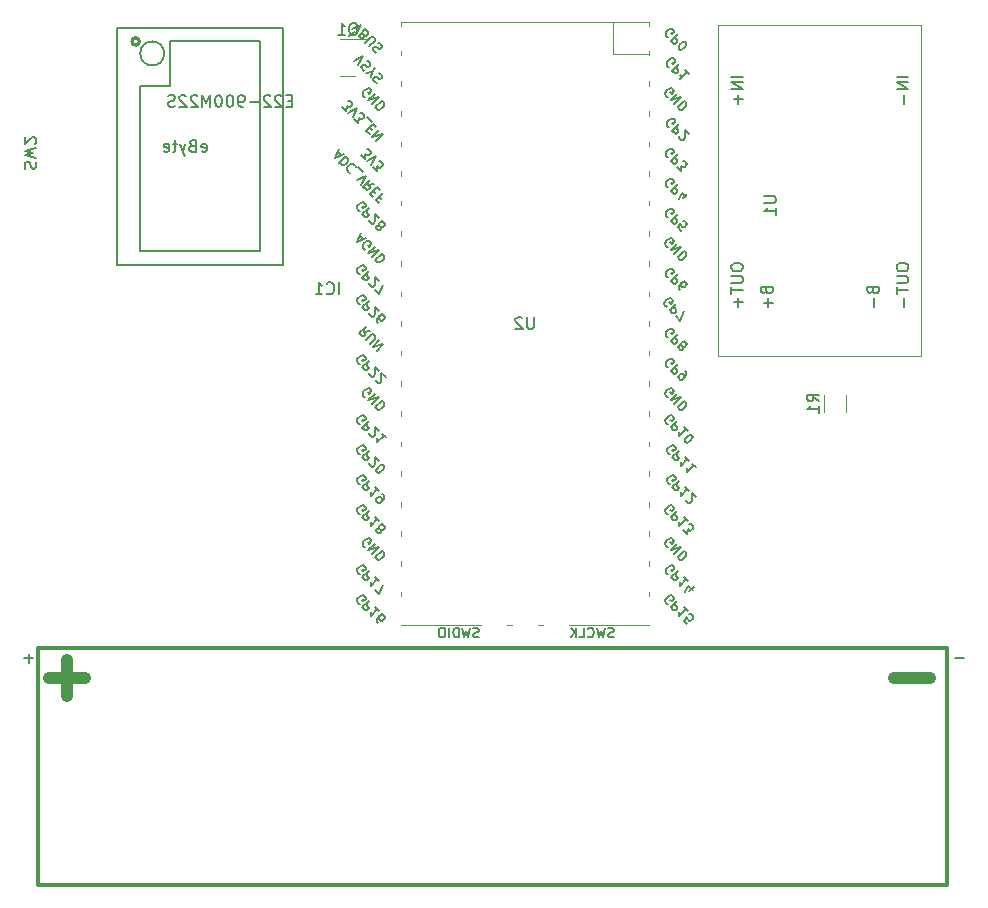
<source format=gbr>
%TF.GenerationSoftware,KiCad,Pcbnew,(6.0.6)*%
%TF.CreationDate,2022-11-03T15:56:01+01:00*%
%TF.ProjectId,Wasbeer-communicator,57617362-6565-4722-9d63-6f6d6d756e69,rev?*%
%TF.SameCoordinates,Original*%
%TF.FileFunction,Legend,Bot*%
%TF.FilePolarity,Positive*%
%FSLAX46Y46*%
G04 Gerber Fmt 4.6, Leading zero omitted, Abs format (unit mm)*
G04 Created by KiCad (PCBNEW (6.0.6)) date 2022-11-03 15:56:01*
%MOMM*%
%LPD*%
G01*
G04 APERTURE LIST*
%ADD10C,0.150000*%
%ADD11C,1.000000*%
%ADD12C,0.127000*%
%ADD13C,0.300000*%
%ADD14C,0.120000*%
G04 APERTURE END LIST*
D10*
%TO.C,SW2*%
X90182738Y-71870833D02*
X90135119Y-71727976D01*
X90135119Y-71489880D01*
X90182738Y-71394642D01*
X90230357Y-71347023D01*
X90325595Y-71299404D01*
X90420833Y-71299404D01*
X90516071Y-71347023D01*
X90563690Y-71394642D01*
X90611309Y-71489880D01*
X90658928Y-71680357D01*
X90706547Y-71775595D01*
X90754166Y-71823214D01*
X90849404Y-71870833D01*
X90944642Y-71870833D01*
X91039880Y-71823214D01*
X91087500Y-71775595D01*
X91135119Y-71680357D01*
X91135119Y-71442261D01*
X91087500Y-71299404D01*
X91135119Y-70966071D02*
X90135119Y-70727976D01*
X90849404Y-70537500D01*
X90135119Y-70347023D01*
X91135119Y-70108928D01*
X91039880Y-69775595D02*
X91087500Y-69727976D01*
X91135119Y-69632738D01*
X91135119Y-69394642D01*
X91087500Y-69299404D01*
X91039880Y-69251785D01*
X90944642Y-69204166D01*
X90849404Y-69204166D01*
X90706547Y-69251785D01*
X90135119Y-69823214D01*
X90135119Y-69204166D01*
%TO.C,IC1*%
X116771190Y-82517380D02*
X116771190Y-81517380D01*
X115723571Y-82422142D02*
X115771190Y-82469761D01*
X115914047Y-82517380D01*
X116009285Y-82517380D01*
X116152142Y-82469761D01*
X116247380Y-82374523D01*
X116295000Y-82279285D01*
X116342619Y-82088809D01*
X116342619Y-81945952D01*
X116295000Y-81755476D01*
X116247380Y-81660238D01*
X116152142Y-81565000D01*
X116009285Y-81517380D01*
X115914047Y-81517380D01*
X115771190Y-81565000D01*
X115723571Y-81612619D01*
X114771190Y-82517380D02*
X115342619Y-82517380D01*
X115056904Y-82517380D02*
X115056904Y-81517380D01*
X115152142Y-81660238D01*
X115247380Y-81755476D01*
X115342619Y-81803095D01*
X112754285Y-66118571D02*
X112420952Y-66118571D01*
X112278095Y-66642380D02*
X112754285Y-66642380D01*
X112754285Y-65642380D01*
X112278095Y-65642380D01*
X111897142Y-65737619D02*
X111849523Y-65690000D01*
X111754285Y-65642380D01*
X111516190Y-65642380D01*
X111420952Y-65690000D01*
X111373333Y-65737619D01*
X111325714Y-65832857D01*
X111325714Y-65928095D01*
X111373333Y-66070952D01*
X111944761Y-66642380D01*
X111325714Y-66642380D01*
X110944761Y-65737619D02*
X110897142Y-65690000D01*
X110801904Y-65642380D01*
X110563809Y-65642380D01*
X110468571Y-65690000D01*
X110420952Y-65737619D01*
X110373333Y-65832857D01*
X110373333Y-65928095D01*
X110420952Y-66070952D01*
X110992380Y-66642380D01*
X110373333Y-66642380D01*
X109944761Y-66261428D02*
X109182857Y-66261428D01*
X108659047Y-66642380D02*
X108468571Y-66642380D01*
X108373333Y-66594761D01*
X108325714Y-66547142D01*
X108230476Y-66404285D01*
X108182857Y-66213809D01*
X108182857Y-65832857D01*
X108230476Y-65737619D01*
X108278095Y-65690000D01*
X108373333Y-65642380D01*
X108563809Y-65642380D01*
X108659047Y-65690000D01*
X108706666Y-65737619D01*
X108754285Y-65832857D01*
X108754285Y-66070952D01*
X108706666Y-66166190D01*
X108659047Y-66213809D01*
X108563809Y-66261428D01*
X108373333Y-66261428D01*
X108278095Y-66213809D01*
X108230476Y-66166190D01*
X108182857Y-66070952D01*
X107563809Y-65642380D02*
X107468571Y-65642380D01*
X107373333Y-65690000D01*
X107325714Y-65737619D01*
X107278095Y-65832857D01*
X107230476Y-66023333D01*
X107230476Y-66261428D01*
X107278095Y-66451904D01*
X107325714Y-66547142D01*
X107373333Y-66594761D01*
X107468571Y-66642380D01*
X107563809Y-66642380D01*
X107659047Y-66594761D01*
X107706666Y-66547142D01*
X107754285Y-66451904D01*
X107801904Y-66261428D01*
X107801904Y-66023333D01*
X107754285Y-65832857D01*
X107706666Y-65737619D01*
X107659047Y-65690000D01*
X107563809Y-65642380D01*
X106611428Y-65642380D02*
X106516190Y-65642380D01*
X106420952Y-65690000D01*
X106373333Y-65737619D01*
X106325714Y-65832857D01*
X106278095Y-66023333D01*
X106278095Y-66261428D01*
X106325714Y-66451904D01*
X106373333Y-66547142D01*
X106420952Y-66594761D01*
X106516190Y-66642380D01*
X106611428Y-66642380D01*
X106706666Y-66594761D01*
X106754285Y-66547142D01*
X106801904Y-66451904D01*
X106849523Y-66261428D01*
X106849523Y-66023333D01*
X106801904Y-65832857D01*
X106754285Y-65737619D01*
X106706666Y-65690000D01*
X106611428Y-65642380D01*
X105849523Y-66642380D02*
X105849523Y-65642380D01*
X105516190Y-66356666D01*
X105182857Y-65642380D01*
X105182857Y-66642380D01*
X104754285Y-65737619D02*
X104706666Y-65690000D01*
X104611428Y-65642380D01*
X104373333Y-65642380D01*
X104278095Y-65690000D01*
X104230476Y-65737619D01*
X104182857Y-65832857D01*
X104182857Y-65928095D01*
X104230476Y-66070952D01*
X104801904Y-66642380D01*
X104182857Y-66642380D01*
X103801904Y-65737619D02*
X103754285Y-65690000D01*
X103659047Y-65642380D01*
X103420952Y-65642380D01*
X103325714Y-65690000D01*
X103278095Y-65737619D01*
X103230476Y-65832857D01*
X103230476Y-65928095D01*
X103278095Y-66070952D01*
X103849523Y-66642380D01*
X103230476Y-66642380D01*
X102849523Y-66594761D02*
X102706666Y-66642380D01*
X102468571Y-66642380D01*
X102373333Y-66594761D01*
X102325714Y-66547142D01*
X102278095Y-66451904D01*
X102278095Y-66356666D01*
X102325714Y-66261428D01*
X102373333Y-66213809D01*
X102468571Y-66166190D01*
X102659047Y-66118571D01*
X102754285Y-66070952D01*
X102801904Y-66023333D01*
X102849523Y-65928095D01*
X102849523Y-65832857D01*
X102801904Y-65737619D01*
X102754285Y-65690000D01*
X102659047Y-65642380D01*
X102420952Y-65642380D01*
X102278095Y-65690000D01*
X105134761Y-70404761D02*
X105230000Y-70452380D01*
X105420476Y-70452380D01*
X105515714Y-70404761D01*
X105563333Y-70309523D01*
X105563333Y-69928571D01*
X105515714Y-69833333D01*
X105420476Y-69785714D01*
X105230000Y-69785714D01*
X105134761Y-69833333D01*
X105087142Y-69928571D01*
X105087142Y-70023809D01*
X105563333Y-70119047D01*
X104325238Y-69928571D02*
X104182380Y-69976190D01*
X104134761Y-70023809D01*
X104087142Y-70119047D01*
X104087142Y-70261904D01*
X104134761Y-70357142D01*
X104182380Y-70404761D01*
X104277619Y-70452380D01*
X104658571Y-70452380D01*
X104658571Y-69452380D01*
X104325238Y-69452380D01*
X104230000Y-69500000D01*
X104182380Y-69547619D01*
X104134761Y-69642857D01*
X104134761Y-69738095D01*
X104182380Y-69833333D01*
X104230000Y-69880952D01*
X104325238Y-69928571D01*
X104658571Y-69928571D01*
X103753809Y-69785714D02*
X103515714Y-70452380D01*
X103277619Y-69785714D02*
X103515714Y-70452380D01*
X103610952Y-70690476D01*
X103658571Y-70738095D01*
X103753809Y-70785714D01*
X103039523Y-69785714D02*
X102658571Y-69785714D01*
X102896666Y-69452380D02*
X102896666Y-70309523D01*
X102849047Y-70404761D01*
X102753809Y-70452380D01*
X102658571Y-70452380D01*
X101944285Y-70404761D02*
X102039523Y-70452380D01*
X102230000Y-70452380D01*
X102325238Y-70404761D01*
X102372857Y-70309523D01*
X102372857Y-69928571D01*
X102325238Y-69833333D01*
X102230000Y-69785714D01*
X102039523Y-69785714D01*
X101944285Y-69833333D01*
X101896666Y-69928571D01*
X101896666Y-70023809D01*
X102372857Y-70119047D01*
%TO.C,BT1*%
X169630952Y-113321428D02*
X168869047Y-113321428D01*
X90880952Y-113321428D02*
X90119047Y-113321428D01*
X90500000Y-113702380D02*
X90500000Y-112940476D01*
D11*
X166773809Y-115035714D02*
X163726190Y-115035714D01*
X95273809Y-115035714D02*
X92226190Y-115035714D01*
X93750000Y-116559523D02*
X93750000Y-113511904D01*
D10*
%TO.C,U1*%
X152757380Y-74223095D02*
X153566904Y-74223095D01*
X153662142Y-74270714D01*
X153709761Y-74318333D01*
X153757380Y-74413571D01*
X153757380Y-74604047D01*
X153709761Y-74699285D01*
X153662142Y-74746904D01*
X153566904Y-74794523D01*
X152757380Y-74794523D01*
X153757380Y-75794523D02*
X153757380Y-75223095D01*
X153757380Y-75508809D02*
X152757380Y-75508809D01*
X152900238Y-75413571D01*
X152995476Y-75318333D01*
X153043095Y-75223095D01*
X161933571Y-82197380D02*
X161981190Y-82340238D01*
X162028809Y-82387857D01*
X162124047Y-82435476D01*
X162266904Y-82435476D01*
X162362142Y-82387857D01*
X162409761Y-82340238D01*
X162457380Y-82245000D01*
X162457380Y-81864047D01*
X161457380Y-81864047D01*
X161457380Y-82197380D01*
X161505000Y-82292619D01*
X161552619Y-82340238D01*
X161647857Y-82387857D01*
X161743095Y-82387857D01*
X161838333Y-82340238D01*
X161885952Y-82292619D01*
X161933571Y-82197380D01*
X161933571Y-81864047D01*
X162076428Y-82864047D02*
X162076428Y-83625952D01*
X164957380Y-64102142D02*
X163957380Y-64102142D01*
X164957380Y-64578333D02*
X163957380Y-64578333D01*
X164957380Y-65149761D01*
X163957380Y-65149761D01*
X164576428Y-65625952D02*
X164576428Y-66387857D01*
X150957380Y-64102142D02*
X149957380Y-64102142D01*
X150957380Y-64578333D02*
X149957380Y-64578333D01*
X150957380Y-65149761D01*
X149957380Y-65149761D01*
X150576428Y-65625952D02*
X150576428Y-66387857D01*
X150957380Y-66006904D02*
X150195476Y-66006904D01*
X152933571Y-82197380D02*
X152981190Y-82340238D01*
X153028809Y-82387857D01*
X153124047Y-82435476D01*
X153266904Y-82435476D01*
X153362142Y-82387857D01*
X153409761Y-82340238D01*
X153457380Y-82245000D01*
X153457380Y-81864047D01*
X152457380Y-81864047D01*
X152457380Y-82197380D01*
X152505000Y-82292619D01*
X152552619Y-82340238D01*
X152647857Y-82387857D01*
X152743095Y-82387857D01*
X152838333Y-82340238D01*
X152885952Y-82292619D01*
X152933571Y-82197380D01*
X152933571Y-81864047D01*
X153076428Y-82864047D02*
X153076428Y-83625952D01*
X153457380Y-83245000D02*
X152695476Y-83245000D01*
X149957380Y-80125952D02*
X149957380Y-80316428D01*
X150005000Y-80411666D01*
X150100238Y-80506904D01*
X150290714Y-80554523D01*
X150624047Y-80554523D01*
X150814523Y-80506904D01*
X150909761Y-80411666D01*
X150957380Y-80316428D01*
X150957380Y-80125952D01*
X150909761Y-80030714D01*
X150814523Y-79935476D01*
X150624047Y-79887857D01*
X150290714Y-79887857D01*
X150100238Y-79935476D01*
X150005000Y-80030714D01*
X149957380Y-80125952D01*
X149957380Y-80983095D02*
X150766904Y-80983095D01*
X150862142Y-81030714D01*
X150909761Y-81078333D01*
X150957380Y-81173571D01*
X150957380Y-81364047D01*
X150909761Y-81459285D01*
X150862142Y-81506904D01*
X150766904Y-81554523D01*
X149957380Y-81554523D01*
X149957380Y-81887857D02*
X149957380Y-82459285D01*
X150957380Y-82173571D02*
X149957380Y-82173571D01*
X150576428Y-82792619D02*
X150576428Y-83554523D01*
X150957380Y-83173571D02*
X150195476Y-83173571D01*
X163957380Y-80125952D02*
X163957380Y-80316428D01*
X164005000Y-80411666D01*
X164100238Y-80506904D01*
X164290714Y-80554523D01*
X164624047Y-80554523D01*
X164814523Y-80506904D01*
X164909761Y-80411666D01*
X164957380Y-80316428D01*
X164957380Y-80125952D01*
X164909761Y-80030714D01*
X164814523Y-79935476D01*
X164624047Y-79887857D01*
X164290714Y-79887857D01*
X164100238Y-79935476D01*
X164005000Y-80030714D01*
X163957380Y-80125952D01*
X163957380Y-80983095D02*
X164766904Y-80983095D01*
X164862142Y-81030714D01*
X164909761Y-81078333D01*
X164957380Y-81173571D01*
X164957380Y-81364047D01*
X164909761Y-81459285D01*
X164862142Y-81506904D01*
X164766904Y-81554523D01*
X163957380Y-81554523D01*
X163957380Y-81887857D02*
X163957380Y-82459285D01*
X164957380Y-82173571D02*
X163957380Y-82173571D01*
X164576428Y-82792619D02*
X164576428Y-83554523D01*
%TO.C,U2*%
X133261904Y-84452380D02*
X133261904Y-85261904D01*
X133214285Y-85357142D01*
X133166666Y-85404761D01*
X133071428Y-85452380D01*
X132880952Y-85452380D01*
X132785714Y-85404761D01*
X132738095Y-85357142D01*
X132690476Y-85261904D01*
X132690476Y-84452380D01*
X132261904Y-84547619D02*
X132214285Y-84500000D01*
X132119047Y-84452380D01*
X131880952Y-84452380D01*
X131785714Y-84500000D01*
X131738095Y-84547619D01*
X131690476Y-84642857D01*
X131690476Y-84738095D01*
X131738095Y-84880952D01*
X132309523Y-85452380D01*
X131690476Y-85452380D01*
X128595238Y-111523809D02*
X128480952Y-111561904D01*
X128290476Y-111561904D01*
X128214285Y-111523809D01*
X128176190Y-111485714D01*
X128138095Y-111409523D01*
X128138095Y-111333333D01*
X128176190Y-111257142D01*
X128214285Y-111219047D01*
X128290476Y-111180952D01*
X128442857Y-111142857D01*
X128519047Y-111104761D01*
X128557142Y-111066666D01*
X128595238Y-110990476D01*
X128595238Y-110914285D01*
X128557142Y-110838095D01*
X128519047Y-110800000D01*
X128442857Y-110761904D01*
X128252380Y-110761904D01*
X128138095Y-110800000D01*
X127871428Y-110761904D02*
X127680952Y-111561904D01*
X127528571Y-110990476D01*
X127376190Y-111561904D01*
X127185714Y-110761904D01*
X126880952Y-111561904D02*
X126880952Y-110761904D01*
X126690476Y-110761904D01*
X126576190Y-110800000D01*
X126500000Y-110876190D01*
X126461904Y-110952380D01*
X126423809Y-111104761D01*
X126423809Y-111219047D01*
X126461904Y-111371428D01*
X126500000Y-111447619D01*
X126576190Y-111523809D01*
X126690476Y-111561904D01*
X126880952Y-111561904D01*
X126080952Y-111561904D02*
X126080952Y-110761904D01*
X125547619Y-110761904D02*
X125395238Y-110761904D01*
X125319047Y-110800000D01*
X125242857Y-110876190D01*
X125204761Y-111028571D01*
X125204761Y-111295238D01*
X125242857Y-111447619D01*
X125319047Y-111523809D01*
X125395238Y-111561904D01*
X125547619Y-111561904D01*
X125623809Y-111523809D01*
X125700000Y-111447619D01*
X125738095Y-111295238D01*
X125738095Y-111028571D01*
X125700000Y-110876190D01*
X125623809Y-110800000D01*
X125547619Y-110761904D01*
X118489722Y-106199407D02*
X118408910Y-106172470D01*
X118328097Y-106091658D01*
X118274223Y-105983908D01*
X118274223Y-105876158D01*
X118301160Y-105795346D01*
X118381972Y-105660659D01*
X118462784Y-105579847D01*
X118597471Y-105499035D01*
X118678284Y-105472097D01*
X118786033Y-105472097D01*
X118893783Y-105525972D01*
X118947658Y-105579847D01*
X119001532Y-105687597D01*
X119001532Y-105741471D01*
X118812971Y-105930033D01*
X118705221Y-105822284D01*
X119297844Y-105930033D02*
X118732158Y-106495719D01*
X118947658Y-106711218D01*
X119028470Y-106738155D01*
X119082345Y-106738155D01*
X119163157Y-106711218D01*
X119243969Y-106630406D01*
X119270906Y-106549593D01*
X119270906Y-106495719D01*
X119243969Y-106414906D01*
X119028470Y-106199407D01*
X120159841Y-106792030D02*
X119836592Y-106468781D01*
X119998216Y-106630406D02*
X119432531Y-107196091D01*
X119459468Y-107061404D01*
X119459468Y-106953654D01*
X119432531Y-106872842D01*
X119782717Y-107546277D02*
X120159841Y-107923401D01*
X120483089Y-107115279D01*
X117022131Y-66641691D02*
X117372317Y-66991877D01*
X117399255Y-66587816D01*
X117480067Y-66668629D01*
X117560879Y-66695566D01*
X117614754Y-66695566D01*
X117695566Y-66668629D01*
X117830253Y-66533942D01*
X117857190Y-66453129D01*
X117857190Y-66399255D01*
X117830253Y-66318442D01*
X117668629Y-66156818D01*
X117587816Y-66129881D01*
X117533942Y-66129881D01*
X117533942Y-67153502D02*
X118288189Y-66776378D01*
X117911065Y-67530625D01*
X118045752Y-67665312D02*
X118395938Y-68015499D01*
X118422876Y-67611438D01*
X118503688Y-67692250D01*
X118584500Y-67719187D01*
X118638375Y-67719187D01*
X118719187Y-67692250D01*
X118853874Y-67557563D01*
X118880812Y-67476751D01*
X118880812Y-67422876D01*
X118853874Y-67342064D01*
X118692250Y-67180439D01*
X118611438Y-67153502D01*
X118557563Y-67153502D01*
X119123248Y-67503688D02*
X119554247Y-67934687D01*
X119338748Y-68419560D02*
X119527309Y-68608122D01*
X119904433Y-68392622D02*
X119635059Y-68123248D01*
X119069374Y-68688934D01*
X119338748Y-68958308D01*
X120146870Y-68635059D02*
X119581184Y-69200744D01*
X120470118Y-68958308D01*
X119904433Y-69523993D01*
X144586158Y-78501844D02*
X144505346Y-78474906D01*
X144424534Y-78394094D01*
X144370659Y-78286345D01*
X144370659Y-78178595D01*
X144397597Y-78097783D01*
X144478409Y-77963096D01*
X144559221Y-77882284D01*
X144693908Y-77801471D01*
X144774720Y-77774534D01*
X144882470Y-77774534D01*
X144990219Y-77828409D01*
X145044094Y-77882284D01*
X145097969Y-77990033D01*
X145097969Y-78043908D01*
X144909407Y-78232470D01*
X144801658Y-78124720D01*
X145394280Y-78232470D02*
X144828595Y-78798155D01*
X145717529Y-78555719D01*
X145151844Y-79121404D01*
X145986903Y-78825093D02*
X145421218Y-79390778D01*
X145555905Y-79525465D01*
X145663654Y-79579340D01*
X145771404Y-79579340D01*
X145852216Y-79552402D01*
X145986903Y-79471590D01*
X146067715Y-79390778D01*
X146148528Y-79256091D01*
X146175465Y-79175279D01*
X146175465Y-79067529D01*
X146121590Y-78959780D01*
X145986903Y-78825093D01*
X144713096Y-63278781D02*
X144632284Y-63251844D01*
X144551471Y-63171032D01*
X144497597Y-63063282D01*
X144497597Y-62955532D01*
X144524534Y-62874720D01*
X144605346Y-62740033D01*
X144686158Y-62659221D01*
X144820845Y-62578409D01*
X144901658Y-62551471D01*
X145009407Y-62551471D01*
X145117157Y-62605346D01*
X145171032Y-62659221D01*
X145224906Y-62766971D01*
X145224906Y-62820845D01*
X145036345Y-63009407D01*
X144928595Y-62901658D01*
X145521218Y-63009407D02*
X144955532Y-63575093D01*
X145171032Y-63790592D01*
X145251844Y-63817529D01*
X145305719Y-63817529D01*
X145386531Y-63790592D01*
X145467343Y-63709780D01*
X145494280Y-63628967D01*
X145494280Y-63575093D01*
X145467343Y-63494280D01*
X145251844Y-63278781D01*
X146383215Y-63871404D02*
X146059966Y-63548155D01*
X146221590Y-63709780D02*
X145655905Y-64275465D01*
X145682842Y-64140778D01*
X145682842Y-64033028D01*
X145655905Y-63952216D01*
X140009523Y-111523809D02*
X139895238Y-111561904D01*
X139704761Y-111561904D01*
X139628571Y-111523809D01*
X139590476Y-111485714D01*
X139552380Y-111409523D01*
X139552380Y-111333333D01*
X139590476Y-111257142D01*
X139628571Y-111219047D01*
X139704761Y-111180952D01*
X139857142Y-111142857D01*
X139933333Y-111104761D01*
X139971428Y-111066666D01*
X140009523Y-110990476D01*
X140009523Y-110914285D01*
X139971428Y-110838095D01*
X139933333Y-110800000D01*
X139857142Y-110761904D01*
X139666666Y-110761904D01*
X139552380Y-110800000D01*
X139285714Y-110761904D02*
X139095238Y-111561904D01*
X138942857Y-110990476D01*
X138790476Y-111561904D01*
X138600000Y-110761904D01*
X137838095Y-111485714D02*
X137876190Y-111523809D01*
X137990476Y-111561904D01*
X138066666Y-111561904D01*
X138180952Y-111523809D01*
X138257142Y-111447619D01*
X138295238Y-111371428D01*
X138333333Y-111219047D01*
X138333333Y-111104761D01*
X138295238Y-110952380D01*
X138257142Y-110876190D01*
X138180952Y-110800000D01*
X138066666Y-110761904D01*
X137990476Y-110761904D01*
X137876190Y-110800000D01*
X137838095Y-110838095D01*
X137114285Y-111561904D02*
X137495238Y-111561904D01*
X137495238Y-110761904D01*
X136847619Y-111561904D02*
X136847619Y-110761904D01*
X136390476Y-111561904D02*
X136733333Y-111104761D01*
X136390476Y-110761904D02*
X136847619Y-111219047D01*
X118489722Y-96039407D02*
X118408910Y-96012470D01*
X118328097Y-95931658D01*
X118274223Y-95823908D01*
X118274223Y-95716158D01*
X118301160Y-95635346D01*
X118381972Y-95500659D01*
X118462784Y-95419847D01*
X118597471Y-95339035D01*
X118678284Y-95312097D01*
X118786033Y-95312097D01*
X118893783Y-95365972D01*
X118947658Y-95419847D01*
X119001532Y-95527597D01*
X119001532Y-95581471D01*
X118812971Y-95770033D01*
X118705221Y-95662284D01*
X119297844Y-95770033D02*
X118732158Y-96335719D01*
X118947658Y-96551218D01*
X119028470Y-96578155D01*
X119082345Y-96578155D01*
X119163157Y-96551218D01*
X119243969Y-96470406D01*
X119270906Y-96389593D01*
X119270906Y-96335719D01*
X119243969Y-96254906D01*
X119028470Y-96039407D01*
X119324781Y-96820592D02*
X119324781Y-96874467D01*
X119351719Y-96955279D01*
X119486406Y-97089966D01*
X119567218Y-97116903D01*
X119621093Y-97116903D01*
X119701905Y-97089966D01*
X119755780Y-97036091D01*
X119809654Y-96928341D01*
X119809654Y-96281844D01*
X120159841Y-96632030D01*
X119944341Y-97547902D02*
X119998216Y-97601776D01*
X120079028Y-97628714D01*
X120132903Y-97628714D01*
X120213715Y-97601776D01*
X120348402Y-97520964D01*
X120483089Y-97386277D01*
X120563902Y-97251590D01*
X120590839Y-97170778D01*
X120590839Y-97116903D01*
X120563902Y-97036091D01*
X120510027Y-96982216D01*
X120429215Y-96955279D01*
X120375340Y-96955279D01*
X120294528Y-96982216D01*
X120159841Y-97063028D01*
X120025154Y-97197715D01*
X119944341Y-97332402D01*
X119917404Y-97413215D01*
X119917404Y-97467089D01*
X119944341Y-97547902D01*
X144613096Y-86148781D02*
X144532284Y-86121844D01*
X144451471Y-86041032D01*
X144397597Y-85933282D01*
X144397597Y-85825532D01*
X144424534Y-85744720D01*
X144505346Y-85610033D01*
X144586158Y-85529221D01*
X144720845Y-85448409D01*
X144801658Y-85421471D01*
X144909407Y-85421471D01*
X145017157Y-85475346D01*
X145071032Y-85529221D01*
X145124906Y-85636971D01*
X145124906Y-85690845D01*
X144936345Y-85879407D01*
X144828595Y-85771658D01*
X145421218Y-85879407D02*
X144855532Y-86445093D01*
X145071032Y-86660592D01*
X145151844Y-86687529D01*
X145205719Y-86687529D01*
X145286531Y-86660592D01*
X145367343Y-86579780D01*
X145394280Y-86498967D01*
X145394280Y-86445093D01*
X145367343Y-86364280D01*
X145151844Y-86148781D01*
X145744467Y-86849154D02*
X145663654Y-86822216D01*
X145609780Y-86822216D01*
X145528967Y-86849154D01*
X145502030Y-86876091D01*
X145475093Y-86956903D01*
X145475093Y-87010778D01*
X145502030Y-87091590D01*
X145609780Y-87199340D01*
X145690592Y-87226277D01*
X145744467Y-87226277D01*
X145825279Y-87199340D01*
X145852216Y-87172402D01*
X145879154Y-87091590D01*
X145879154Y-87037715D01*
X145852216Y-86956903D01*
X145744467Y-86849154D01*
X145717529Y-86768341D01*
X145717529Y-86714467D01*
X145744467Y-86633654D01*
X145852216Y-86525905D01*
X145933028Y-86498967D01*
X145986903Y-86498967D01*
X146067715Y-86525905D01*
X146175465Y-86633654D01*
X146202402Y-86714467D01*
X146202402Y-86768341D01*
X146175465Y-86849154D01*
X146067715Y-86956903D01*
X145986903Y-86983841D01*
X145933028Y-86983841D01*
X145852216Y-86956903D01*
X144743722Y-96039407D02*
X144662910Y-96012470D01*
X144582097Y-95931658D01*
X144528223Y-95823908D01*
X144528223Y-95716158D01*
X144555160Y-95635346D01*
X144635972Y-95500659D01*
X144716784Y-95419847D01*
X144851471Y-95339035D01*
X144932284Y-95312097D01*
X145040033Y-95312097D01*
X145147783Y-95365972D01*
X145201658Y-95419847D01*
X145255532Y-95527597D01*
X145255532Y-95581471D01*
X145066971Y-95770033D01*
X144959221Y-95662284D01*
X145551844Y-95770033D02*
X144986158Y-96335719D01*
X145201658Y-96551218D01*
X145282470Y-96578155D01*
X145336345Y-96578155D01*
X145417157Y-96551218D01*
X145497969Y-96470406D01*
X145524906Y-96389593D01*
X145524906Y-96335719D01*
X145497969Y-96254906D01*
X145282470Y-96039407D01*
X146413841Y-96632030D02*
X146090592Y-96308781D01*
X146252216Y-96470406D02*
X145686531Y-97036091D01*
X145713468Y-96901404D01*
X145713468Y-96793654D01*
X145686531Y-96712842D01*
X146952589Y-97170778D02*
X146629340Y-96847529D01*
X146790964Y-97009154D02*
X146225279Y-97574839D01*
X146252216Y-97440152D01*
X146252216Y-97332402D01*
X146225279Y-97251590D01*
X144597722Y-108739407D02*
X144516910Y-108712470D01*
X144436097Y-108631658D01*
X144382223Y-108523908D01*
X144382223Y-108416158D01*
X144409160Y-108335346D01*
X144489972Y-108200659D01*
X144570784Y-108119847D01*
X144705471Y-108039035D01*
X144786284Y-108012097D01*
X144894033Y-108012097D01*
X145001783Y-108065972D01*
X145055658Y-108119847D01*
X145109532Y-108227597D01*
X145109532Y-108281471D01*
X144920971Y-108470033D01*
X144813221Y-108362284D01*
X145405844Y-108470033D02*
X144840158Y-109035719D01*
X145055658Y-109251218D01*
X145136470Y-109278155D01*
X145190345Y-109278155D01*
X145271157Y-109251218D01*
X145351969Y-109170406D01*
X145378906Y-109089593D01*
X145378906Y-109035719D01*
X145351969Y-108954906D01*
X145136470Y-108739407D01*
X146267841Y-109332030D02*
X145944592Y-109008781D01*
X146106216Y-109170406D02*
X145540531Y-109736091D01*
X145567468Y-109601404D01*
X145567468Y-109493654D01*
X145540531Y-109412842D01*
X146213966Y-110409526D02*
X145944592Y-110140152D01*
X146187028Y-109843841D01*
X146187028Y-109897715D01*
X146213966Y-109978528D01*
X146348653Y-110113215D01*
X146429465Y-110140152D01*
X146483340Y-110140152D01*
X146564152Y-110113215D01*
X146698839Y-109978528D01*
X146725776Y-109897715D01*
X146725776Y-109843841D01*
X146698839Y-109763028D01*
X146564152Y-109628341D01*
X146483340Y-109601404D01*
X146429465Y-109601404D01*
X118986158Y-65801844D02*
X118905346Y-65774906D01*
X118824534Y-65694094D01*
X118770659Y-65586345D01*
X118770659Y-65478595D01*
X118797597Y-65397783D01*
X118878409Y-65263096D01*
X118959221Y-65182284D01*
X119093908Y-65101471D01*
X119174720Y-65074534D01*
X119282470Y-65074534D01*
X119390219Y-65128409D01*
X119444094Y-65182284D01*
X119497969Y-65290033D01*
X119497969Y-65343908D01*
X119309407Y-65532470D01*
X119201658Y-65424720D01*
X119794280Y-65532470D02*
X119228595Y-66098155D01*
X120117529Y-65855719D01*
X119551844Y-66421404D01*
X120386903Y-66125093D02*
X119821218Y-66690778D01*
X119955905Y-66825465D01*
X120063654Y-66879340D01*
X120171404Y-66879340D01*
X120252216Y-66852402D01*
X120386903Y-66771590D01*
X120467715Y-66690778D01*
X120548528Y-66556091D01*
X120575465Y-66475279D01*
X120575465Y-66367529D01*
X120521590Y-66259780D01*
X120386903Y-66125093D01*
X144613096Y-75988781D02*
X144532284Y-75961844D01*
X144451471Y-75881032D01*
X144397597Y-75773282D01*
X144397597Y-75665532D01*
X144424534Y-75584720D01*
X144505346Y-75450033D01*
X144586158Y-75369221D01*
X144720845Y-75288409D01*
X144801658Y-75261471D01*
X144909407Y-75261471D01*
X145017157Y-75315346D01*
X145071032Y-75369221D01*
X145124906Y-75476971D01*
X145124906Y-75530845D01*
X144936345Y-75719407D01*
X144828595Y-75611658D01*
X145421218Y-75719407D02*
X144855532Y-76285093D01*
X145071032Y-76500592D01*
X145151844Y-76527529D01*
X145205719Y-76527529D01*
X145286531Y-76500592D01*
X145367343Y-76419780D01*
X145394280Y-76338967D01*
X145394280Y-76285093D01*
X145367343Y-76204280D01*
X145151844Y-75988781D01*
X145690592Y-77120152D02*
X145421218Y-76850778D01*
X145663654Y-76554467D01*
X145663654Y-76608341D01*
X145690592Y-76689154D01*
X145825279Y-76823841D01*
X145906091Y-76850778D01*
X145959966Y-76850778D01*
X146040778Y-76823841D01*
X146175465Y-76689154D01*
X146202402Y-76608341D01*
X146202402Y-76554467D01*
X146175465Y-76473654D01*
X146040778Y-76338967D01*
X145959966Y-76312030D01*
X145906091Y-76312030D01*
X118489722Y-83339407D02*
X118408910Y-83312470D01*
X118328097Y-83231658D01*
X118274223Y-83123908D01*
X118274223Y-83016158D01*
X118301160Y-82935346D01*
X118381972Y-82800659D01*
X118462784Y-82719847D01*
X118597471Y-82639035D01*
X118678284Y-82612097D01*
X118786033Y-82612097D01*
X118893783Y-82665972D01*
X118947658Y-82719847D01*
X119001532Y-82827597D01*
X119001532Y-82881471D01*
X118812971Y-83070033D01*
X118705221Y-82962284D01*
X119297844Y-83070033D02*
X118732158Y-83635719D01*
X118947658Y-83851218D01*
X119028470Y-83878155D01*
X119082345Y-83878155D01*
X119163157Y-83851218D01*
X119243969Y-83770406D01*
X119270906Y-83689593D01*
X119270906Y-83635719D01*
X119243969Y-83554906D01*
X119028470Y-83339407D01*
X119324781Y-84120592D02*
X119324781Y-84174467D01*
X119351719Y-84255279D01*
X119486406Y-84389966D01*
X119567218Y-84416903D01*
X119621093Y-84416903D01*
X119701905Y-84389966D01*
X119755780Y-84336091D01*
X119809654Y-84228341D01*
X119809654Y-83581844D01*
X120159841Y-83932030D01*
X120079028Y-84982589D02*
X119971279Y-84874839D01*
X119944341Y-84794027D01*
X119944341Y-84740152D01*
X119971279Y-84605465D01*
X120052091Y-84470778D01*
X120267590Y-84255279D01*
X120348402Y-84228341D01*
X120402277Y-84228341D01*
X120483089Y-84255279D01*
X120590839Y-84363028D01*
X120617776Y-84443841D01*
X120617776Y-84497715D01*
X120590839Y-84578528D01*
X120456152Y-84713215D01*
X120375340Y-84740152D01*
X120321465Y-84740152D01*
X120240653Y-84713215D01*
X120132903Y-84605465D01*
X120105966Y-84524653D01*
X120105966Y-84470778D01*
X120132903Y-84389966D01*
X144597722Y-101119407D02*
X144516910Y-101092470D01*
X144436097Y-101011658D01*
X144382223Y-100903908D01*
X144382223Y-100796158D01*
X144409160Y-100715346D01*
X144489972Y-100580659D01*
X144570784Y-100499847D01*
X144705471Y-100419035D01*
X144786284Y-100392097D01*
X144894033Y-100392097D01*
X145001783Y-100445972D01*
X145055658Y-100499847D01*
X145109532Y-100607597D01*
X145109532Y-100661471D01*
X144920971Y-100850033D01*
X144813221Y-100742284D01*
X145405844Y-100850033D02*
X144840158Y-101415719D01*
X145055658Y-101631218D01*
X145136470Y-101658155D01*
X145190345Y-101658155D01*
X145271157Y-101631218D01*
X145351969Y-101550406D01*
X145378906Y-101469593D01*
X145378906Y-101415719D01*
X145351969Y-101334906D01*
X145136470Y-101119407D01*
X146267841Y-101712030D02*
X145944592Y-101388781D01*
X146106216Y-101550406D02*
X145540531Y-102116091D01*
X145567468Y-101981404D01*
X145567468Y-101873654D01*
X145540531Y-101792842D01*
X145890717Y-102466277D02*
X146240903Y-102816463D01*
X146267841Y-102412402D01*
X146348653Y-102493215D01*
X146429465Y-102520152D01*
X146483340Y-102520152D01*
X146564152Y-102493215D01*
X146698839Y-102358528D01*
X146725776Y-102277715D01*
X146725776Y-102223841D01*
X146698839Y-102143028D01*
X146537215Y-101981404D01*
X146456402Y-101954467D01*
X146402528Y-101954467D01*
X118489722Y-80809407D02*
X118408910Y-80782470D01*
X118328097Y-80701658D01*
X118274223Y-80593908D01*
X118274223Y-80486158D01*
X118301160Y-80405346D01*
X118381972Y-80270659D01*
X118462784Y-80189847D01*
X118597471Y-80109035D01*
X118678284Y-80082097D01*
X118786033Y-80082097D01*
X118893783Y-80135972D01*
X118947658Y-80189847D01*
X119001532Y-80297597D01*
X119001532Y-80351471D01*
X118812971Y-80540033D01*
X118705221Y-80432284D01*
X119297844Y-80540033D02*
X118732158Y-81105719D01*
X118947658Y-81321218D01*
X119028470Y-81348155D01*
X119082345Y-81348155D01*
X119163157Y-81321218D01*
X119243969Y-81240406D01*
X119270906Y-81159593D01*
X119270906Y-81105719D01*
X119243969Y-81024906D01*
X119028470Y-80809407D01*
X119324781Y-81590592D02*
X119324781Y-81644467D01*
X119351719Y-81725279D01*
X119486406Y-81859966D01*
X119567218Y-81886903D01*
X119621093Y-81886903D01*
X119701905Y-81859966D01*
X119755780Y-81806091D01*
X119809654Y-81698341D01*
X119809654Y-81051844D01*
X120159841Y-81402030D01*
X119782717Y-82156277D02*
X120159841Y-82533401D01*
X120483089Y-81725279D01*
X118489722Y-93509407D02*
X118408910Y-93482470D01*
X118328097Y-93401658D01*
X118274223Y-93293908D01*
X118274223Y-93186158D01*
X118301160Y-93105346D01*
X118381972Y-92970659D01*
X118462784Y-92889847D01*
X118597471Y-92809035D01*
X118678284Y-92782097D01*
X118786033Y-92782097D01*
X118893783Y-92835972D01*
X118947658Y-92889847D01*
X119001532Y-92997597D01*
X119001532Y-93051471D01*
X118812971Y-93240033D01*
X118705221Y-93132284D01*
X119297844Y-93240033D02*
X118732158Y-93805719D01*
X118947658Y-94021218D01*
X119028470Y-94048155D01*
X119082345Y-94048155D01*
X119163157Y-94021218D01*
X119243969Y-93940406D01*
X119270906Y-93859593D01*
X119270906Y-93805719D01*
X119243969Y-93724906D01*
X119028470Y-93509407D01*
X119324781Y-94290592D02*
X119324781Y-94344467D01*
X119351719Y-94425279D01*
X119486406Y-94559966D01*
X119567218Y-94586903D01*
X119621093Y-94586903D01*
X119701905Y-94559966D01*
X119755780Y-94506091D01*
X119809654Y-94398341D01*
X119809654Y-93751844D01*
X120159841Y-94102030D01*
X120698589Y-94640778D02*
X120375340Y-94317529D01*
X120536964Y-94479154D02*
X119971279Y-95044839D01*
X119998216Y-94910152D01*
X119998216Y-94802402D01*
X119971279Y-94721590D01*
X118589847Y-70709407D02*
X118940033Y-71059593D01*
X118966971Y-70655532D01*
X119047783Y-70736345D01*
X119128595Y-70763282D01*
X119182470Y-70763282D01*
X119263282Y-70736345D01*
X119397969Y-70601658D01*
X119424906Y-70520845D01*
X119424906Y-70466971D01*
X119397969Y-70386158D01*
X119236345Y-70224534D01*
X119155532Y-70197597D01*
X119101658Y-70197597D01*
X119101658Y-71221218D02*
X119855905Y-70844094D01*
X119478781Y-71598341D01*
X119613468Y-71733028D02*
X119963654Y-72083215D01*
X119990592Y-71679154D01*
X120071404Y-71759966D01*
X120152216Y-71786903D01*
X120206091Y-71786903D01*
X120286903Y-71759966D01*
X120421590Y-71625279D01*
X120448528Y-71544467D01*
X120448528Y-71490592D01*
X120421590Y-71409780D01*
X120259966Y-71248155D01*
X120179154Y-71221218D01*
X120125279Y-71221218D01*
X118489722Y-75465407D02*
X118408910Y-75438470D01*
X118328097Y-75357658D01*
X118274223Y-75249908D01*
X118274223Y-75142158D01*
X118301160Y-75061346D01*
X118381972Y-74926659D01*
X118462784Y-74845847D01*
X118597471Y-74765035D01*
X118678284Y-74738097D01*
X118786033Y-74738097D01*
X118893783Y-74791972D01*
X118947658Y-74845847D01*
X119001532Y-74953597D01*
X119001532Y-75007471D01*
X118812971Y-75196033D01*
X118705221Y-75088284D01*
X119297844Y-75196033D02*
X118732158Y-75761719D01*
X118947658Y-75977218D01*
X119028470Y-76004155D01*
X119082345Y-76004155D01*
X119163157Y-75977218D01*
X119243969Y-75896406D01*
X119270906Y-75815593D01*
X119270906Y-75761719D01*
X119243969Y-75680906D01*
X119028470Y-75465407D01*
X119324781Y-76246592D02*
X119324781Y-76300467D01*
X119351719Y-76381279D01*
X119486406Y-76515966D01*
X119567218Y-76542903D01*
X119621093Y-76542903D01*
X119701905Y-76515966D01*
X119755780Y-76462091D01*
X119809654Y-76354341D01*
X119809654Y-75707844D01*
X120159841Y-76058030D01*
X120159841Y-76704528D02*
X120079028Y-76677590D01*
X120025154Y-76677590D01*
X119944341Y-76704528D01*
X119917404Y-76731465D01*
X119890467Y-76812277D01*
X119890467Y-76866152D01*
X119917404Y-76946964D01*
X120025154Y-77054714D01*
X120105966Y-77081651D01*
X120159841Y-77081651D01*
X120240653Y-77054714D01*
X120267590Y-77027776D01*
X120294528Y-76946964D01*
X120294528Y-76893089D01*
X120267590Y-76812277D01*
X120159841Y-76704528D01*
X120132903Y-76623715D01*
X120132903Y-76569841D01*
X120159841Y-76489028D01*
X120267590Y-76381279D01*
X120348402Y-76354341D01*
X120402277Y-76354341D01*
X120483089Y-76381279D01*
X120590839Y-76489028D01*
X120617776Y-76569841D01*
X120617776Y-76623715D01*
X120590839Y-76704528D01*
X120483089Y-76812277D01*
X120402277Y-76839215D01*
X120348402Y-76839215D01*
X120267590Y-76812277D01*
X118543597Y-77559035D02*
X118812971Y-77828409D01*
X118651346Y-77343536D02*
X118274223Y-78097783D01*
X119028470Y-77720659D01*
X118974595Y-78744280D02*
X118893783Y-78717343D01*
X118812971Y-78636531D01*
X118759096Y-78528781D01*
X118759096Y-78421032D01*
X118786033Y-78340219D01*
X118866845Y-78205532D01*
X118947658Y-78124720D01*
X119082345Y-78043908D01*
X119163157Y-78016971D01*
X119270906Y-78016971D01*
X119378656Y-78070845D01*
X119432531Y-78124720D01*
X119486406Y-78232470D01*
X119486406Y-78286345D01*
X119297844Y-78474906D01*
X119190094Y-78367157D01*
X119782717Y-78474906D02*
X119217032Y-79040592D01*
X120105966Y-78798155D01*
X119540280Y-79363841D01*
X120375340Y-79067529D02*
X119809654Y-79633215D01*
X119944341Y-79767902D01*
X120052091Y-79821776D01*
X120159841Y-79821776D01*
X120240653Y-79794839D01*
X120375340Y-79714027D01*
X120456152Y-79633215D01*
X120536964Y-79498528D01*
X120563902Y-79417715D01*
X120563902Y-79309966D01*
X120510027Y-79202216D01*
X120375340Y-79067529D01*
X144613096Y-70908781D02*
X144532284Y-70881844D01*
X144451471Y-70801032D01*
X144397597Y-70693282D01*
X144397597Y-70585532D01*
X144424534Y-70504720D01*
X144505346Y-70370033D01*
X144586158Y-70289221D01*
X144720845Y-70208409D01*
X144801658Y-70181471D01*
X144909407Y-70181471D01*
X145017157Y-70235346D01*
X145071032Y-70289221D01*
X145124906Y-70396971D01*
X145124906Y-70450845D01*
X144936345Y-70639407D01*
X144828595Y-70531658D01*
X145421218Y-70639407D02*
X144855532Y-71205093D01*
X145071032Y-71420592D01*
X145151844Y-71447529D01*
X145205719Y-71447529D01*
X145286531Y-71420592D01*
X145367343Y-71339780D01*
X145394280Y-71258967D01*
X145394280Y-71205093D01*
X145367343Y-71124280D01*
X145151844Y-70908781D01*
X145367343Y-71716903D02*
X145717529Y-72067089D01*
X145744467Y-71663028D01*
X145825279Y-71743841D01*
X145906091Y-71770778D01*
X145959966Y-71770778D01*
X146040778Y-71743841D01*
X146175465Y-71609154D01*
X146202402Y-71528341D01*
X146202402Y-71474467D01*
X146175465Y-71393654D01*
X146013841Y-71232030D01*
X145933028Y-71205093D01*
X145879154Y-71205093D01*
X116654788Y-70466226D02*
X116924162Y-70735600D01*
X116762537Y-70250727D02*
X116385414Y-71004974D01*
X117139661Y-70627850D01*
X117328223Y-70816412D02*
X116762537Y-71382097D01*
X116897224Y-71516784D01*
X117004974Y-71570659D01*
X117112723Y-71570659D01*
X117193536Y-71543722D01*
X117328223Y-71462910D01*
X117409035Y-71382097D01*
X117489847Y-71247410D01*
X117516784Y-71166598D01*
X117516784Y-71058849D01*
X117462910Y-70951099D01*
X117328223Y-70816412D01*
X118163282Y-71759221D02*
X118163282Y-71705346D01*
X118109407Y-71597597D01*
X118055532Y-71543722D01*
X117947783Y-71489847D01*
X117840033Y-71489847D01*
X117759221Y-71516784D01*
X117624534Y-71597597D01*
X117543722Y-71678409D01*
X117462910Y-71813096D01*
X117435972Y-71893908D01*
X117435972Y-72001658D01*
X117489847Y-72109407D01*
X117543722Y-72163282D01*
X117651471Y-72217157D01*
X117705346Y-72217157D01*
X118378781Y-71759221D02*
X118809780Y-72190219D01*
X118244094Y-72863654D02*
X118998341Y-72486531D01*
X118621218Y-73240778D01*
X119698714Y-73186903D02*
X119240778Y-73267715D01*
X119375465Y-72863654D02*
X118809780Y-73429340D01*
X119025279Y-73644839D01*
X119106091Y-73671776D01*
X119159966Y-73671776D01*
X119240778Y-73644839D01*
X119321590Y-73564027D01*
X119348528Y-73483215D01*
X119348528Y-73429340D01*
X119321590Y-73348528D01*
X119106091Y-73133028D01*
X119644839Y-73725651D02*
X119833401Y-73914213D01*
X120210524Y-73698714D02*
X119941150Y-73429340D01*
X119375465Y-73995025D01*
X119644839Y-74264399D01*
X120345211Y-74426024D02*
X120156650Y-74237462D01*
X120452961Y-73941150D02*
X119887276Y-74506836D01*
X120156650Y-74776210D01*
X144643722Y-106199407D02*
X144562910Y-106172470D01*
X144482097Y-106091658D01*
X144428223Y-105983908D01*
X144428223Y-105876158D01*
X144455160Y-105795346D01*
X144535972Y-105660659D01*
X144616784Y-105579847D01*
X144751471Y-105499035D01*
X144832284Y-105472097D01*
X144940033Y-105472097D01*
X145047783Y-105525972D01*
X145101658Y-105579847D01*
X145155532Y-105687597D01*
X145155532Y-105741471D01*
X144966971Y-105930033D01*
X144859221Y-105822284D01*
X145451844Y-105930033D02*
X144886158Y-106495719D01*
X145101658Y-106711218D01*
X145182470Y-106738155D01*
X145236345Y-106738155D01*
X145317157Y-106711218D01*
X145397969Y-106630406D01*
X145424906Y-106549593D01*
X145424906Y-106495719D01*
X145397969Y-106414906D01*
X145182470Y-106199407D01*
X146313841Y-106792030D02*
X145990592Y-106468781D01*
X146152216Y-106630406D02*
X145586531Y-107196091D01*
X145613468Y-107061404D01*
X145613468Y-106953654D01*
X145586531Y-106872842D01*
X146421590Y-107654027D02*
X146798714Y-107276903D01*
X146071404Y-107734839D02*
X146340778Y-107196091D01*
X146690964Y-107546277D01*
X144586158Y-65801844D02*
X144505346Y-65774906D01*
X144424534Y-65694094D01*
X144370659Y-65586345D01*
X144370659Y-65478595D01*
X144397597Y-65397783D01*
X144478409Y-65263096D01*
X144559221Y-65182284D01*
X144693908Y-65101471D01*
X144774720Y-65074534D01*
X144882470Y-65074534D01*
X144990219Y-65128409D01*
X145044094Y-65182284D01*
X145097969Y-65290033D01*
X145097969Y-65343908D01*
X144909407Y-65532470D01*
X144801658Y-65424720D01*
X145394280Y-65532470D02*
X144828595Y-66098155D01*
X145717529Y-65855719D01*
X145151844Y-66421404D01*
X145986903Y-66125093D02*
X145421218Y-66690778D01*
X145555905Y-66825465D01*
X145663654Y-66879340D01*
X145771404Y-66879340D01*
X145852216Y-66852402D01*
X145986903Y-66771590D01*
X146067715Y-66690778D01*
X146148528Y-66556091D01*
X146175465Y-66475279D01*
X146175465Y-66367529D01*
X146121590Y-66259780D01*
X145986903Y-66125093D01*
X118489722Y-98579407D02*
X118408910Y-98552470D01*
X118328097Y-98471658D01*
X118274223Y-98363908D01*
X118274223Y-98256158D01*
X118301160Y-98175346D01*
X118381972Y-98040659D01*
X118462784Y-97959847D01*
X118597471Y-97879035D01*
X118678284Y-97852097D01*
X118786033Y-97852097D01*
X118893783Y-97905972D01*
X118947658Y-97959847D01*
X119001532Y-98067597D01*
X119001532Y-98121471D01*
X118812971Y-98310033D01*
X118705221Y-98202284D01*
X119297844Y-98310033D02*
X118732158Y-98875719D01*
X118947658Y-99091218D01*
X119028470Y-99118155D01*
X119082345Y-99118155D01*
X119163157Y-99091218D01*
X119243969Y-99010406D01*
X119270906Y-98929593D01*
X119270906Y-98875719D01*
X119243969Y-98794906D01*
X119028470Y-98579407D01*
X120159841Y-99172030D02*
X119836592Y-98848781D01*
X119998216Y-99010406D02*
X119432531Y-99576091D01*
X119459468Y-99441404D01*
X119459468Y-99333654D01*
X119432531Y-99252842D01*
X120429215Y-99441404D02*
X120536964Y-99549154D01*
X120563902Y-99629966D01*
X120563902Y-99683841D01*
X120536964Y-99818528D01*
X120456152Y-99953215D01*
X120240653Y-100168714D01*
X120159841Y-100195651D01*
X120105966Y-100195651D01*
X120025154Y-100168714D01*
X119917404Y-100060964D01*
X119890467Y-99980152D01*
X119890467Y-99926277D01*
X119917404Y-99845465D01*
X120052091Y-99710778D01*
X120132903Y-99683841D01*
X120186778Y-99683841D01*
X120267590Y-99710778D01*
X120375340Y-99818528D01*
X120402277Y-99899340D01*
X120402277Y-99953215D01*
X120375340Y-100034027D01*
X144613096Y-73448781D02*
X144532284Y-73421844D01*
X144451471Y-73341032D01*
X144397597Y-73233282D01*
X144397597Y-73125532D01*
X144424534Y-73044720D01*
X144505346Y-72910033D01*
X144586158Y-72829221D01*
X144720845Y-72748409D01*
X144801658Y-72721471D01*
X144909407Y-72721471D01*
X145017157Y-72775346D01*
X145071032Y-72829221D01*
X145124906Y-72936971D01*
X145124906Y-72990845D01*
X144936345Y-73179407D01*
X144828595Y-73071658D01*
X145421218Y-73179407D02*
X144855532Y-73745093D01*
X145071032Y-73960592D01*
X145151844Y-73987529D01*
X145205719Y-73987529D01*
X145286531Y-73960592D01*
X145367343Y-73879780D01*
X145394280Y-73798967D01*
X145394280Y-73745093D01*
X145367343Y-73664280D01*
X145151844Y-73448781D01*
X145852216Y-74364653D02*
X146229340Y-73987529D01*
X145502030Y-74445465D02*
X145771404Y-73906717D01*
X146121590Y-74256903D01*
X119338375Y-85596564D02*
X118880439Y-85677377D01*
X119015126Y-85273316D02*
X118449441Y-85839001D01*
X118664940Y-86054500D01*
X118745752Y-86081438D01*
X118799627Y-86081438D01*
X118880439Y-86054500D01*
X118961251Y-85973688D01*
X118988189Y-85892876D01*
X118988189Y-85839001D01*
X118961251Y-85758189D01*
X118745752Y-85542690D01*
X119015126Y-86404687D02*
X119473062Y-85946751D01*
X119553874Y-85919813D01*
X119607749Y-85919813D01*
X119688561Y-85946751D01*
X119796311Y-86054500D01*
X119823248Y-86135312D01*
X119823248Y-86189187D01*
X119796311Y-86270000D01*
X119338375Y-86727935D01*
X120173435Y-86431624D02*
X119607749Y-86997309D01*
X120496683Y-86754873D01*
X119930998Y-87320558D01*
X117853129Y-60072690D02*
X118607377Y-59695566D01*
X118230253Y-60449813D01*
X118876751Y-60557563D02*
X118984500Y-60611438D01*
X119038375Y-60611438D01*
X119119187Y-60584500D01*
X119200000Y-60503688D01*
X119226937Y-60422876D01*
X119226937Y-60369001D01*
X119200000Y-60288189D01*
X118984500Y-60072690D01*
X118418815Y-60638375D01*
X118607377Y-60826937D01*
X118688189Y-60853874D01*
X118742064Y-60853874D01*
X118822876Y-60826937D01*
X118876751Y-60773062D01*
X118903688Y-60692250D01*
X118903688Y-60638375D01*
X118876751Y-60557563D01*
X118688189Y-60369001D01*
X118984500Y-61204061D02*
X119442436Y-60746125D01*
X119523248Y-60719187D01*
X119577123Y-60719187D01*
X119657935Y-60746125D01*
X119765685Y-60853874D01*
X119792622Y-60934687D01*
X119792622Y-60988561D01*
X119765685Y-61069374D01*
X119307749Y-61527309D01*
X120088934Y-61230998D02*
X120196683Y-61284873D01*
X120331370Y-61419560D01*
X120358308Y-61500372D01*
X120358308Y-61554247D01*
X120331370Y-61635059D01*
X120277496Y-61688934D01*
X120196683Y-61715871D01*
X120142809Y-61715871D01*
X120061996Y-61688934D01*
X119927309Y-61608122D01*
X119846497Y-61581184D01*
X119792622Y-61581184D01*
X119711810Y-61608122D01*
X119657935Y-61661996D01*
X119630998Y-61742809D01*
X119630998Y-61796683D01*
X119657935Y-61877496D01*
X119792622Y-62012183D01*
X119900372Y-62066057D01*
X144586158Y-103901844D02*
X144505346Y-103874906D01*
X144424534Y-103794094D01*
X144370659Y-103686345D01*
X144370659Y-103578595D01*
X144397597Y-103497783D01*
X144478409Y-103363096D01*
X144559221Y-103282284D01*
X144693908Y-103201471D01*
X144774720Y-103174534D01*
X144882470Y-103174534D01*
X144990219Y-103228409D01*
X145044094Y-103282284D01*
X145097969Y-103390033D01*
X145097969Y-103443908D01*
X144909407Y-103632470D01*
X144801658Y-103524720D01*
X145394280Y-103632470D02*
X144828595Y-104198155D01*
X145717529Y-103955719D01*
X145151844Y-104521404D01*
X145986903Y-104225093D02*
X145421218Y-104790778D01*
X145555905Y-104925465D01*
X145663654Y-104979340D01*
X145771404Y-104979340D01*
X145852216Y-104952402D01*
X145986903Y-104871590D01*
X146067715Y-104790778D01*
X146148528Y-104656091D01*
X146175465Y-104575279D01*
X146175465Y-104467529D01*
X146121590Y-104359780D01*
X145986903Y-104225093D01*
X118986158Y-103901844D02*
X118905346Y-103874906D01*
X118824534Y-103794094D01*
X118770659Y-103686345D01*
X118770659Y-103578595D01*
X118797597Y-103497783D01*
X118878409Y-103363096D01*
X118959221Y-103282284D01*
X119093908Y-103201471D01*
X119174720Y-103174534D01*
X119282470Y-103174534D01*
X119390219Y-103228409D01*
X119444094Y-103282284D01*
X119497969Y-103390033D01*
X119497969Y-103443908D01*
X119309407Y-103632470D01*
X119201658Y-103524720D01*
X119794280Y-103632470D02*
X119228595Y-104198155D01*
X120117529Y-103955719D01*
X119551844Y-104521404D01*
X120386903Y-104225093D02*
X119821218Y-104790778D01*
X119955905Y-104925465D01*
X120063654Y-104979340D01*
X120171404Y-104979340D01*
X120252216Y-104952402D01*
X120386903Y-104871590D01*
X120467715Y-104790778D01*
X120548528Y-104656091D01*
X120575465Y-104575279D01*
X120575465Y-104467529D01*
X120521590Y-104359780D01*
X120386903Y-104225093D01*
X144613096Y-88688781D02*
X144532284Y-88661844D01*
X144451471Y-88581032D01*
X144397597Y-88473282D01*
X144397597Y-88365532D01*
X144424534Y-88284720D01*
X144505346Y-88150033D01*
X144586158Y-88069221D01*
X144720845Y-87988409D01*
X144801658Y-87961471D01*
X144909407Y-87961471D01*
X145017157Y-88015346D01*
X145071032Y-88069221D01*
X145124906Y-88176971D01*
X145124906Y-88230845D01*
X144936345Y-88419407D01*
X144828595Y-88311658D01*
X145421218Y-88419407D02*
X144855532Y-88985093D01*
X145071032Y-89200592D01*
X145151844Y-89227529D01*
X145205719Y-89227529D01*
X145286531Y-89200592D01*
X145367343Y-89119780D01*
X145394280Y-89038967D01*
X145394280Y-88985093D01*
X145367343Y-88904280D01*
X145151844Y-88688781D01*
X146013841Y-89012030D02*
X146121590Y-89119780D01*
X146148528Y-89200592D01*
X146148528Y-89254467D01*
X146121590Y-89389154D01*
X146040778Y-89523841D01*
X145825279Y-89739340D01*
X145744467Y-89766277D01*
X145690592Y-89766277D01*
X145609780Y-89739340D01*
X145502030Y-89631590D01*
X145475093Y-89550778D01*
X145475093Y-89496903D01*
X145502030Y-89416091D01*
X145636717Y-89281404D01*
X145717529Y-89254467D01*
X145771404Y-89254467D01*
X145852216Y-89281404D01*
X145959966Y-89389154D01*
X145986903Y-89469966D01*
X145986903Y-89523841D01*
X145959966Y-89604653D01*
X144743722Y-98579407D02*
X144662910Y-98552470D01*
X144582097Y-98471658D01*
X144528223Y-98363908D01*
X144528223Y-98256158D01*
X144555160Y-98175346D01*
X144635972Y-98040659D01*
X144716784Y-97959847D01*
X144851471Y-97879035D01*
X144932284Y-97852097D01*
X145040033Y-97852097D01*
X145147783Y-97905972D01*
X145201658Y-97959847D01*
X145255532Y-98067597D01*
X145255532Y-98121471D01*
X145066971Y-98310033D01*
X144959221Y-98202284D01*
X145551844Y-98310033D02*
X144986158Y-98875719D01*
X145201658Y-99091218D01*
X145282470Y-99118155D01*
X145336345Y-99118155D01*
X145417157Y-99091218D01*
X145497969Y-99010406D01*
X145524906Y-98929593D01*
X145524906Y-98875719D01*
X145497969Y-98794906D01*
X145282470Y-98579407D01*
X146413841Y-99172030D02*
X146090592Y-98848781D01*
X146252216Y-99010406D02*
X145686531Y-99576091D01*
X145713468Y-99441404D01*
X145713468Y-99333654D01*
X145686531Y-99252842D01*
X146117529Y-99899340D02*
X146117529Y-99953215D01*
X146144467Y-100034027D01*
X146279154Y-100168714D01*
X146359966Y-100195651D01*
X146413841Y-100195651D01*
X146494653Y-100168714D01*
X146548528Y-100114839D01*
X146602402Y-100007089D01*
X146602402Y-99360592D01*
X146952589Y-99710778D01*
X144513096Y-83578781D02*
X144432284Y-83551844D01*
X144351471Y-83471032D01*
X144297597Y-83363282D01*
X144297597Y-83255532D01*
X144324534Y-83174720D01*
X144405346Y-83040033D01*
X144486158Y-82959221D01*
X144620845Y-82878409D01*
X144701658Y-82851471D01*
X144809407Y-82851471D01*
X144917157Y-82905346D01*
X144971032Y-82959221D01*
X145024906Y-83066971D01*
X145024906Y-83120845D01*
X144836345Y-83309407D01*
X144728595Y-83201658D01*
X145321218Y-83309407D02*
X144755532Y-83875093D01*
X144971032Y-84090592D01*
X145051844Y-84117529D01*
X145105719Y-84117529D01*
X145186531Y-84090592D01*
X145267343Y-84009780D01*
X145294280Y-83928967D01*
X145294280Y-83875093D01*
X145267343Y-83794280D01*
X145051844Y-83578781D01*
X145267343Y-84386903D02*
X145644467Y-84764027D01*
X145967715Y-83955905D01*
X144613096Y-60748781D02*
X144532284Y-60721844D01*
X144451471Y-60641032D01*
X144397597Y-60533282D01*
X144397597Y-60425532D01*
X144424534Y-60344720D01*
X144505346Y-60210033D01*
X144586158Y-60129221D01*
X144720845Y-60048409D01*
X144801658Y-60021471D01*
X144909407Y-60021471D01*
X145017157Y-60075346D01*
X145071032Y-60129221D01*
X145124906Y-60236971D01*
X145124906Y-60290845D01*
X144936345Y-60479407D01*
X144828595Y-60371658D01*
X145421218Y-60479407D02*
X144855532Y-61045093D01*
X145071032Y-61260592D01*
X145151844Y-61287529D01*
X145205719Y-61287529D01*
X145286531Y-61260592D01*
X145367343Y-61179780D01*
X145394280Y-61098967D01*
X145394280Y-61045093D01*
X145367343Y-60964280D01*
X145151844Y-60748781D01*
X145528967Y-61718528D02*
X145582842Y-61772402D01*
X145663654Y-61799340D01*
X145717529Y-61799340D01*
X145798341Y-61772402D01*
X145933028Y-61691590D01*
X146067715Y-61556903D01*
X146148528Y-61422216D01*
X146175465Y-61341404D01*
X146175465Y-61287529D01*
X146148528Y-61206717D01*
X146094653Y-61152842D01*
X146013841Y-61125905D01*
X145959966Y-61125905D01*
X145879154Y-61152842D01*
X145744467Y-61233654D01*
X145609780Y-61368341D01*
X145528967Y-61503028D01*
X145502030Y-61583841D01*
X145502030Y-61637715D01*
X145528967Y-61718528D01*
X144713096Y-68368781D02*
X144632284Y-68341844D01*
X144551471Y-68261032D01*
X144497597Y-68153282D01*
X144497597Y-68045532D01*
X144524534Y-67964720D01*
X144605346Y-67830033D01*
X144686158Y-67749221D01*
X144820845Y-67668409D01*
X144901658Y-67641471D01*
X145009407Y-67641471D01*
X145117157Y-67695346D01*
X145171032Y-67749221D01*
X145224906Y-67856971D01*
X145224906Y-67910845D01*
X145036345Y-68099407D01*
X144928595Y-67991658D01*
X145521218Y-68099407D02*
X144955532Y-68665093D01*
X145171032Y-68880592D01*
X145251844Y-68907529D01*
X145305719Y-68907529D01*
X145386531Y-68880592D01*
X145467343Y-68799780D01*
X145494280Y-68718967D01*
X145494280Y-68665093D01*
X145467343Y-68584280D01*
X145251844Y-68368781D01*
X145548155Y-69149966D02*
X145548155Y-69203841D01*
X145575093Y-69284653D01*
X145709780Y-69419340D01*
X145790592Y-69446277D01*
X145844467Y-69446277D01*
X145925279Y-69419340D01*
X145979154Y-69365465D01*
X146033028Y-69257715D01*
X146033028Y-68611218D01*
X146383215Y-68961404D01*
X118489722Y-108739407D02*
X118408910Y-108712470D01*
X118328097Y-108631658D01*
X118274223Y-108523908D01*
X118274223Y-108416158D01*
X118301160Y-108335346D01*
X118381972Y-108200659D01*
X118462784Y-108119847D01*
X118597471Y-108039035D01*
X118678284Y-108012097D01*
X118786033Y-108012097D01*
X118893783Y-108065972D01*
X118947658Y-108119847D01*
X119001532Y-108227597D01*
X119001532Y-108281471D01*
X118812971Y-108470033D01*
X118705221Y-108362284D01*
X119297844Y-108470033D02*
X118732158Y-109035719D01*
X118947658Y-109251218D01*
X119028470Y-109278155D01*
X119082345Y-109278155D01*
X119163157Y-109251218D01*
X119243969Y-109170406D01*
X119270906Y-109089593D01*
X119270906Y-109035719D01*
X119243969Y-108954906D01*
X119028470Y-108739407D01*
X120159841Y-109332030D02*
X119836592Y-109008781D01*
X119998216Y-109170406D02*
X119432531Y-109736091D01*
X119459468Y-109601404D01*
X119459468Y-109493654D01*
X119432531Y-109412842D01*
X120079028Y-110382589D02*
X119971279Y-110274839D01*
X119944341Y-110194027D01*
X119944341Y-110140152D01*
X119971279Y-110005465D01*
X120052091Y-109870778D01*
X120267590Y-109655279D01*
X120348402Y-109628341D01*
X120402277Y-109628341D01*
X120483089Y-109655279D01*
X120590839Y-109763028D01*
X120617776Y-109843841D01*
X120617776Y-109897715D01*
X120590839Y-109978528D01*
X120456152Y-110113215D01*
X120375340Y-110140152D01*
X120321465Y-110140152D01*
X120240653Y-110113215D01*
X120132903Y-110005465D01*
X120105966Y-109924653D01*
X120105966Y-109870778D01*
X120132903Y-109789966D01*
X118489722Y-88419407D02*
X118408910Y-88392470D01*
X118328097Y-88311658D01*
X118274223Y-88203908D01*
X118274223Y-88096158D01*
X118301160Y-88015346D01*
X118381972Y-87880659D01*
X118462784Y-87799847D01*
X118597471Y-87719035D01*
X118678284Y-87692097D01*
X118786033Y-87692097D01*
X118893783Y-87745972D01*
X118947658Y-87799847D01*
X119001532Y-87907597D01*
X119001532Y-87961471D01*
X118812971Y-88150033D01*
X118705221Y-88042284D01*
X119297844Y-88150033D02*
X118732158Y-88715719D01*
X118947658Y-88931218D01*
X119028470Y-88958155D01*
X119082345Y-88958155D01*
X119163157Y-88931218D01*
X119243969Y-88850406D01*
X119270906Y-88769593D01*
X119270906Y-88715719D01*
X119243969Y-88634906D01*
X119028470Y-88419407D01*
X119324781Y-89200592D02*
X119324781Y-89254467D01*
X119351719Y-89335279D01*
X119486406Y-89469966D01*
X119567218Y-89496903D01*
X119621093Y-89496903D01*
X119701905Y-89469966D01*
X119755780Y-89416091D01*
X119809654Y-89308341D01*
X119809654Y-88661844D01*
X120159841Y-89012030D01*
X119863529Y-89739340D02*
X119863529Y-89793215D01*
X119890467Y-89874027D01*
X120025154Y-90008714D01*
X120105966Y-90035651D01*
X120159841Y-90035651D01*
X120240653Y-90008714D01*
X120294528Y-89954839D01*
X120348402Y-89847089D01*
X120348402Y-89200592D01*
X120698589Y-89550778D01*
X118489722Y-101119407D02*
X118408910Y-101092470D01*
X118328097Y-101011658D01*
X118274223Y-100903908D01*
X118274223Y-100796158D01*
X118301160Y-100715346D01*
X118381972Y-100580659D01*
X118462784Y-100499847D01*
X118597471Y-100419035D01*
X118678284Y-100392097D01*
X118786033Y-100392097D01*
X118893783Y-100445972D01*
X118947658Y-100499847D01*
X119001532Y-100607597D01*
X119001532Y-100661471D01*
X118812971Y-100850033D01*
X118705221Y-100742284D01*
X119297844Y-100850033D02*
X118732158Y-101415719D01*
X118947658Y-101631218D01*
X119028470Y-101658155D01*
X119082345Y-101658155D01*
X119163157Y-101631218D01*
X119243969Y-101550406D01*
X119270906Y-101469593D01*
X119270906Y-101415719D01*
X119243969Y-101334906D01*
X119028470Y-101119407D01*
X120159841Y-101712030D02*
X119836592Y-101388781D01*
X119998216Y-101550406D02*
X119432531Y-102116091D01*
X119459468Y-101981404D01*
X119459468Y-101873654D01*
X119432531Y-101792842D01*
X120159841Y-102358528D02*
X120079028Y-102331590D01*
X120025154Y-102331590D01*
X119944341Y-102358528D01*
X119917404Y-102385465D01*
X119890467Y-102466277D01*
X119890467Y-102520152D01*
X119917404Y-102600964D01*
X120025154Y-102708714D01*
X120105966Y-102735651D01*
X120159841Y-102735651D01*
X120240653Y-102708714D01*
X120267590Y-102681776D01*
X120294528Y-102600964D01*
X120294528Y-102547089D01*
X120267590Y-102466277D01*
X120159841Y-102358528D01*
X120132903Y-102277715D01*
X120132903Y-102223841D01*
X120159841Y-102143028D01*
X120267590Y-102035279D01*
X120348402Y-102008341D01*
X120402277Y-102008341D01*
X120483089Y-102035279D01*
X120590839Y-102143028D01*
X120617776Y-102223841D01*
X120617776Y-102277715D01*
X120590839Y-102358528D01*
X120483089Y-102466277D01*
X120402277Y-102493215D01*
X120348402Y-102493215D01*
X120267590Y-102466277D01*
X144597722Y-93499407D02*
X144516910Y-93472470D01*
X144436097Y-93391658D01*
X144382223Y-93283908D01*
X144382223Y-93176158D01*
X144409160Y-93095346D01*
X144489972Y-92960659D01*
X144570784Y-92879847D01*
X144705471Y-92799035D01*
X144786284Y-92772097D01*
X144894033Y-92772097D01*
X145001783Y-92825972D01*
X145055658Y-92879847D01*
X145109532Y-92987597D01*
X145109532Y-93041471D01*
X144920971Y-93230033D01*
X144813221Y-93122284D01*
X145405844Y-93230033D02*
X144840158Y-93795719D01*
X145055658Y-94011218D01*
X145136470Y-94038155D01*
X145190345Y-94038155D01*
X145271157Y-94011218D01*
X145351969Y-93930406D01*
X145378906Y-93849593D01*
X145378906Y-93795719D01*
X145351969Y-93714906D01*
X145136470Y-93499407D01*
X146267841Y-94092030D02*
X145944592Y-93768781D01*
X146106216Y-93930406D02*
X145540531Y-94496091D01*
X145567468Y-94361404D01*
X145567468Y-94253654D01*
X145540531Y-94172842D01*
X146052341Y-95007902D02*
X146106216Y-95061776D01*
X146187028Y-95088714D01*
X146240903Y-95088714D01*
X146321715Y-95061776D01*
X146456402Y-94980964D01*
X146591089Y-94846277D01*
X146671902Y-94711590D01*
X146698839Y-94630778D01*
X146698839Y-94576903D01*
X146671902Y-94496091D01*
X146618027Y-94442216D01*
X146537215Y-94415279D01*
X146483340Y-94415279D01*
X146402528Y-94442216D01*
X146267841Y-94523028D01*
X146133154Y-94657715D01*
X146052341Y-94792402D01*
X146025404Y-94873215D01*
X146025404Y-94927089D01*
X146052341Y-95007902D01*
X144613096Y-81068781D02*
X144532284Y-81041844D01*
X144451471Y-80961032D01*
X144397597Y-80853282D01*
X144397597Y-80745532D01*
X144424534Y-80664720D01*
X144505346Y-80530033D01*
X144586158Y-80449221D01*
X144720845Y-80368409D01*
X144801658Y-80341471D01*
X144909407Y-80341471D01*
X145017157Y-80395346D01*
X145071032Y-80449221D01*
X145124906Y-80556971D01*
X145124906Y-80610845D01*
X144936345Y-80799407D01*
X144828595Y-80691658D01*
X145421218Y-80799407D02*
X144855532Y-81365093D01*
X145071032Y-81580592D01*
X145151844Y-81607529D01*
X145205719Y-81607529D01*
X145286531Y-81580592D01*
X145367343Y-81499780D01*
X145394280Y-81418967D01*
X145394280Y-81365093D01*
X145367343Y-81284280D01*
X145151844Y-81068781D01*
X145663654Y-82173215D02*
X145555905Y-82065465D01*
X145528967Y-81984653D01*
X145528967Y-81930778D01*
X145555905Y-81796091D01*
X145636717Y-81661404D01*
X145852216Y-81445905D01*
X145933028Y-81418967D01*
X145986903Y-81418967D01*
X146067715Y-81445905D01*
X146175465Y-81553654D01*
X146202402Y-81634467D01*
X146202402Y-81688341D01*
X146175465Y-81769154D01*
X146040778Y-81903841D01*
X145959966Y-81930778D01*
X145906091Y-81930778D01*
X145825279Y-81903841D01*
X145717529Y-81796091D01*
X145690592Y-81715279D01*
X145690592Y-81661404D01*
X145717529Y-81580592D01*
X118986158Y-91201844D02*
X118905346Y-91174906D01*
X118824534Y-91094094D01*
X118770659Y-90986345D01*
X118770659Y-90878595D01*
X118797597Y-90797783D01*
X118878409Y-90663096D01*
X118959221Y-90582284D01*
X119093908Y-90501471D01*
X119174720Y-90474534D01*
X119282470Y-90474534D01*
X119390219Y-90528409D01*
X119444094Y-90582284D01*
X119497969Y-90690033D01*
X119497969Y-90743908D01*
X119309407Y-90932470D01*
X119201658Y-90824720D01*
X119794280Y-90932470D02*
X119228595Y-91498155D01*
X120117529Y-91255719D01*
X119551844Y-91821404D01*
X120386903Y-91525093D02*
X119821218Y-92090778D01*
X119955905Y-92225465D01*
X120063654Y-92279340D01*
X120171404Y-92279340D01*
X120252216Y-92252402D01*
X120386903Y-92171590D01*
X120467715Y-92090778D01*
X120548528Y-91956091D01*
X120575465Y-91875279D01*
X120575465Y-91767529D01*
X120521590Y-91659780D01*
X120386903Y-91525093D01*
X118020473Y-62750033D02*
X118774720Y-62372910D01*
X118397597Y-63127157D01*
X119097969Y-62750033D02*
X119205719Y-62803908D01*
X119340406Y-62938595D01*
X119367343Y-63019407D01*
X119367343Y-63073282D01*
X119340406Y-63154094D01*
X119286531Y-63207969D01*
X119205719Y-63234906D01*
X119151844Y-63234906D01*
X119071032Y-63207969D01*
X118936345Y-63127157D01*
X118855532Y-63100219D01*
X118801658Y-63100219D01*
X118720845Y-63127157D01*
X118666971Y-63181032D01*
X118640033Y-63261844D01*
X118640033Y-63315719D01*
X118666971Y-63396531D01*
X118801658Y-63531218D01*
X118909407Y-63585093D01*
X119528967Y-63665905D02*
X119798341Y-63396531D01*
X119044094Y-63773654D02*
X119528967Y-63665905D01*
X119421218Y-64150778D01*
X120121590Y-63773654D02*
X120229340Y-63827529D01*
X120364027Y-63962216D01*
X120390964Y-64043028D01*
X120390964Y-64096903D01*
X120364027Y-64177715D01*
X120310152Y-64231590D01*
X120229340Y-64258528D01*
X120175465Y-64258528D01*
X120094653Y-64231590D01*
X119959966Y-64150778D01*
X119879154Y-64123841D01*
X119825279Y-64123841D01*
X119744467Y-64150778D01*
X119690592Y-64204653D01*
X119663654Y-64285465D01*
X119663654Y-64339340D01*
X119690592Y-64420152D01*
X119825279Y-64554839D01*
X119933028Y-64608714D01*
X144586158Y-91201844D02*
X144505346Y-91174906D01*
X144424534Y-91094094D01*
X144370659Y-90986345D01*
X144370659Y-90878595D01*
X144397597Y-90797783D01*
X144478409Y-90663096D01*
X144559221Y-90582284D01*
X144693908Y-90501471D01*
X144774720Y-90474534D01*
X144882470Y-90474534D01*
X144990219Y-90528409D01*
X145044094Y-90582284D01*
X145097969Y-90690033D01*
X145097969Y-90743908D01*
X144909407Y-90932470D01*
X144801658Y-90824720D01*
X145394280Y-90932470D02*
X144828595Y-91498155D01*
X145717529Y-91255719D01*
X145151844Y-91821404D01*
X145986903Y-91525093D02*
X145421218Y-92090778D01*
X145555905Y-92225465D01*
X145663654Y-92279340D01*
X145771404Y-92279340D01*
X145852216Y-92252402D01*
X145986903Y-92171590D01*
X146067715Y-92090778D01*
X146148528Y-91956091D01*
X146175465Y-91875279D01*
X146175465Y-91767529D01*
X146121590Y-91659780D01*
X145986903Y-91525093D01*
%TO.C,Q1*%
X117595238Y-60647619D02*
X117690476Y-60600000D01*
X117785714Y-60504761D01*
X117928571Y-60361904D01*
X118023809Y-60314285D01*
X118119047Y-60314285D01*
X118071428Y-60552380D02*
X118166666Y-60504761D01*
X118261904Y-60409523D01*
X118309523Y-60219047D01*
X118309523Y-59885714D01*
X118261904Y-59695238D01*
X118166666Y-59600000D01*
X118071428Y-59552380D01*
X117880952Y-59552380D01*
X117785714Y-59600000D01*
X117690476Y-59695238D01*
X117642857Y-59885714D01*
X117642857Y-60219047D01*
X117690476Y-60409523D01*
X117785714Y-60504761D01*
X117880952Y-60552380D01*
X118071428Y-60552380D01*
X116690476Y-60552380D02*
X117261904Y-60552380D01*
X116976190Y-60552380D02*
X116976190Y-59552380D01*
X117071428Y-59695238D01*
X117166666Y-59790476D01*
X117261904Y-59838095D01*
%TO.C,R1*%
X157382380Y-91583333D02*
X156906190Y-91250000D01*
X157382380Y-91011904D02*
X156382380Y-91011904D01*
X156382380Y-91392857D01*
X156430000Y-91488095D01*
X156477619Y-91535714D01*
X156572857Y-91583333D01*
X156715714Y-91583333D01*
X156810952Y-91535714D01*
X156858571Y-91488095D01*
X156906190Y-91392857D01*
X156906190Y-91011904D01*
X157382380Y-92535714D02*
X157382380Y-91964285D01*
X157382380Y-92250000D02*
X156382380Y-92250000D01*
X156525238Y-92154761D01*
X156620476Y-92059523D01*
X156668095Y-91964285D01*
D12*
%TO.C,IC1*%
X99920000Y-78890000D02*
X110080000Y-78890000D01*
X112000000Y-80000000D02*
X112000000Y-60000000D01*
X99920000Y-64920000D02*
X99920000Y-78890000D01*
X98000000Y-60000000D02*
X98000000Y-80000000D01*
X112000000Y-60000000D02*
X98000000Y-60000000D01*
X102460000Y-64920000D02*
X99920000Y-64920000D01*
X98000000Y-80000000D02*
X112000000Y-80000000D01*
X102460000Y-61110000D02*
X102460000Y-64920000D01*
X110080000Y-61110000D02*
X102460000Y-61110000D01*
X110080000Y-78890000D02*
X110080000Y-61110000D01*
X99920000Y-61110000D02*
G75*
G03*
X99920000Y-61110000I-381000J0D01*
G01*
X99793000Y-61110000D02*
G75*
G03*
X99793000Y-61110000I-254000J0D01*
G01*
X101952000Y-62126000D02*
G75*
G03*
X101952000Y-62126000I-1016000J0D01*
G01*
D13*
%TO.C,BT1*%
X168250000Y-132500000D02*
X91250000Y-132500000D01*
X91250000Y-132500000D02*
X91250000Y-112500000D01*
X91250000Y-112500000D02*
X168250000Y-112500000D01*
X168250000Y-112500000D02*
X168250000Y-132500000D01*
D14*
%TO.C,U1*%
X166005000Y-59745000D02*
X166005000Y-87745000D01*
X148805000Y-87745000D02*
X166005000Y-87745000D01*
X148805000Y-59745000D02*
X148805000Y-87745000D01*
X148805000Y-59745000D02*
X166005000Y-59745000D01*
%TO.C,U2*%
X122000000Y-72100000D02*
X122000000Y-72500000D01*
X143000000Y-87300000D02*
X143000000Y-87700000D01*
X122000000Y-105100000D02*
X122000000Y-105500000D01*
X122000000Y-59500000D02*
X122000000Y-59800000D01*
X122000000Y-110500000D02*
X128800000Y-110500000D01*
X143000000Y-59500000D02*
X122000000Y-59500000D01*
X143000000Y-74600000D02*
X143000000Y-75000000D01*
X143000000Y-105100000D02*
X143000000Y-105500000D01*
X143000000Y-79700000D02*
X143000000Y-80100000D01*
X143000000Y-82300000D02*
X143000000Y-82700000D01*
X143000000Y-61900000D02*
X143000000Y-62300000D01*
X143000000Y-107700000D02*
X143000000Y-108100000D01*
X136200000Y-110500000D02*
X143000000Y-110500000D01*
X122000000Y-107700000D02*
X122000000Y-108100000D01*
X143000000Y-77200000D02*
X143000000Y-77600000D01*
X122000000Y-92400000D02*
X122000000Y-92800000D01*
X143000000Y-97500000D02*
X143000000Y-97900000D01*
X122000000Y-77200000D02*
X122000000Y-77600000D01*
X122000000Y-89900000D02*
X122000000Y-90300000D01*
X122000000Y-64500000D02*
X122000000Y-64900000D01*
X122000000Y-61900000D02*
X122000000Y-62300000D01*
X122000000Y-69600000D02*
X122000000Y-70000000D01*
X143000000Y-89900000D02*
X143000000Y-90300000D01*
X143000000Y-64500000D02*
X143000000Y-64900000D01*
X143000000Y-92400000D02*
X143000000Y-92800000D01*
X143000000Y-69600000D02*
X143000000Y-70000000D01*
X134000000Y-110500000D02*
X133600000Y-110500000D01*
X143000000Y-62167000D02*
X139993000Y-62167000D01*
X143000000Y-59500000D02*
X143000000Y-59800000D01*
X122000000Y-87300000D02*
X122000000Y-87700000D01*
X122000000Y-84800000D02*
X122000000Y-85200000D01*
X143000000Y-102600000D02*
X143000000Y-103000000D01*
X143000000Y-67000000D02*
X143000000Y-67400000D01*
X122000000Y-74600000D02*
X122000000Y-75000000D01*
X143000000Y-100100000D02*
X143000000Y-100500000D01*
X122000000Y-79700000D02*
X122000000Y-80100000D01*
X122000000Y-82300000D02*
X122000000Y-82700000D01*
X122000000Y-100100000D02*
X122000000Y-100500000D01*
X122000000Y-97500000D02*
X122000000Y-97900000D01*
X143000000Y-95000000D02*
X143000000Y-95400000D01*
X143000000Y-84800000D02*
X143000000Y-85200000D01*
X143000000Y-72100000D02*
X143000000Y-72500000D01*
X122000000Y-67000000D02*
X122000000Y-67400000D01*
X139993000Y-62167000D02*
X139993000Y-59500000D01*
X131400000Y-110500000D02*
X131000000Y-110500000D01*
X122000000Y-95000000D02*
X122000000Y-95400000D01*
X122000000Y-102600000D02*
X122000000Y-103000000D01*
%TO.C,Q1*%
X117500000Y-60940000D02*
X119175000Y-60940000D01*
X117500000Y-60940000D02*
X116850000Y-60940000D01*
X117500000Y-64060000D02*
X118150000Y-64060000D01*
X117500000Y-64060000D02*
X116850000Y-64060000D01*
%TO.C,R1*%
X157840000Y-91022936D02*
X157840000Y-92477064D01*
X159660000Y-91022936D02*
X159660000Y-92477064D01*
%TD*%
M02*

</source>
